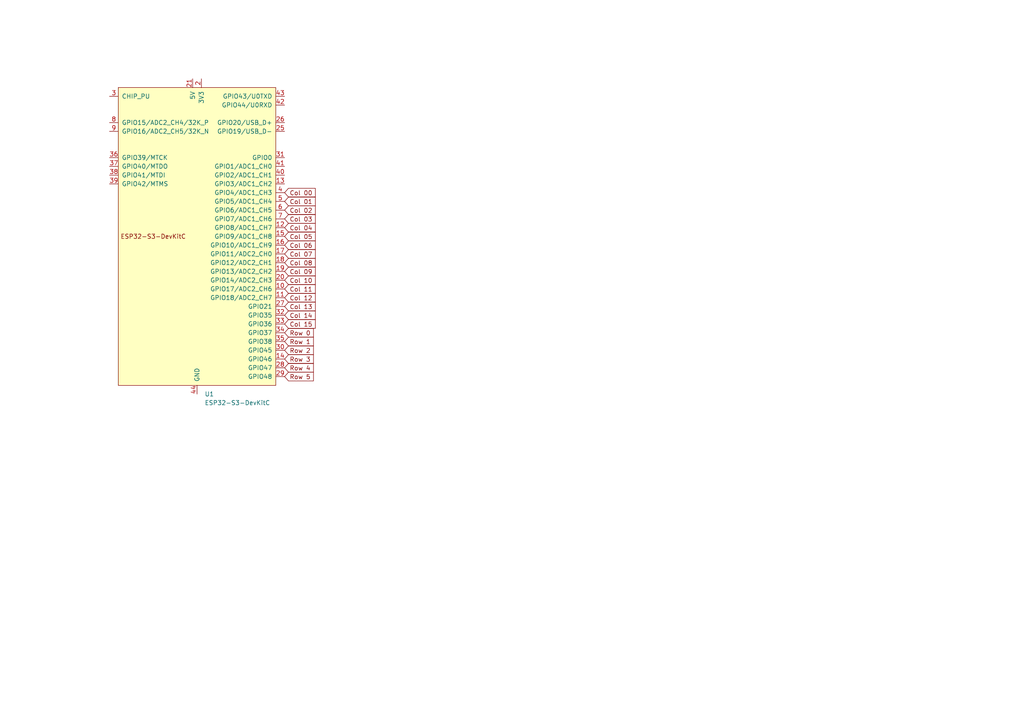
<source format=kicad_sch>
(kicad_sch (version 20231120) (generator "eeschema") (generator_version "8.0")
  (paper "A4")
  (lib_symbols
    (symbol "PCM_Espressif:ESP32-S3-DevKitC" (pin_names (offset 1.016))
      (property "Reference" "U" (at -22.86 48.26 0))
      (property "Value" "ESP32-S3-DevKitC" (at -22.86 45.72 0))
      (symbol "ESP32-S3-DevKitC_0_0"
        (text "ESP32-S3-DevKitC" (at -12.7 0 0) (effects (font (size 1.27 1.27))))
        (pin bidirectional line (at 25.4 -35.56 180) (length 2.54) (name "GPIO46") (number "14"))
        (pin bidirectional line (at 25.4 -10.16 180) (length 2.54) (name "GPIO13/ADC2_CH2") (number "19"))
        (pin bidirectional line (at -25.4 15.24 0) (length 2.54) (name "GPIO42/MTMS") (number "39"))
        (pin bidirectional line (at 25.4 17.78 180) (length 2.54) (name "GPIO2/ADC1_CH1") (number "40"))
        (pin bidirectional line (at 25.4 20.32 180) (length 2.54) (name "GPIO1/ADC1_CH0") (number "41"))
        (pin bidirectional line (at 25.4 38.1 180) (length 2.54) (name "GPIO44/U0RXD") (number "42"))
        (pin bidirectional line (at 25.4 40.64 180) (length 2.54) (name "GPIO43/U0TXD") (number "43"))
        (pin power_in line (at 0 -45.72 90) (length 2.54) (name "GND") (number "44"))
      )
      (symbol "ESP32-S3-DevKitC_0_1"
        (rectangle (start -22.86 43.18) (end 22.86 -43.18) (fill (type background)))
        (pin power_in line (at 1.27 45.72 270) (length 2.54) (name "3V3") (number "2"))
      )
      (symbol "ESP32-S3-DevKitC_1_1"
        (pin passive line (at 1.27 45.72 270) (length 2.54) hide (name "3V3") (number "1"))
        (pin bidirectional line (at 25.4 -15.24 180) (length 2.54) (name "GPIO17/ADC2_CH6") (number "10"))
        (pin bidirectional line (at 25.4 -17.78 180) (length 2.54) (name "GPIO18/ADC2_CH7") (number "11"))
        (pin bidirectional line (at 25.4 2.54 180) (length 2.54) (name "GPIO8/ADC1_CH7") (number "12"))
        (pin bidirectional line (at 25.4 15.24 180) (length 2.54) (name "GPIO3/ADC1_CH2") (number "13"))
        (pin bidirectional line (at 25.4 0 180) (length 2.54) (name "GPIO9/ADC1_CH8") (number "15"))
        (pin bidirectional line (at 25.4 -2.54 180) (length 2.54) (name "GPIO10/ADC1_CH9") (number "16"))
        (pin bidirectional line (at 25.4 -5.08 180) (length 2.54) (name "GPIO11/ADC2_CH0") (number "17"))
        (pin bidirectional line (at 25.4 -7.62 180) (length 2.54) (name "GPIO12/ADC2_CH1") (number "18"))
        (pin bidirectional line (at 25.4 -12.7 180) (length 2.54) (name "GPIO14/ADC2_CH3") (number "20"))
        (pin power_in line (at -1.27 45.72 270) (length 2.54) (name "5V") (number "21"))
        (pin passive line (at 0 -45.72 90) (length 2.54) hide (name "GND") (number "22"))
        (pin passive line (at 0 -45.72 90) (length 2.54) hide (name "GND") (number "23"))
        (pin passive line (at 0 -45.72 90) (length 2.54) hide (name "GND") (number "24"))
        (pin bidirectional line (at 25.4 30.48 180) (length 2.54) (name "GPIO19/USB_D-") (number "25"))
        (pin bidirectional line (at 25.4 33.02 180) (length 2.54) (name "GPIO20/USB_D+") (number "26"))
        (pin bidirectional line (at 25.4 -20.32 180) (length 2.54) (name "GPIO21") (number "27"))
        (pin bidirectional line (at 25.4 -38.1 180) (length 2.54) (name "GPIO47") (number "28"))
        (pin bidirectional line (at 25.4 -40.64 180) (length 2.54) (name "GPIO48") (number "29"))
        (pin input line (at -25.4 40.64 0) (length 2.54) (name "CHIP_PU") (number "3"))
        (pin bidirectional line (at 25.4 -33.02 180) (length 2.54) (name "GPIO45") (number "30"))
        (pin bidirectional line (at 25.4 22.86 180) (length 2.54) (name "GPIO0") (number "31"))
        (pin bidirectional line (at 25.4 -22.86 180) (length 2.54) (name "GPIO35") (number "32"))
        (pin bidirectional line (at 25.4 -25.4 180) (length 2.54) (name "GPIO36") (number "33"))
        (pin bidirectional line (at 25.4 -27.94 180) (length 2.54) (name "GPIO37") (number "34"))
        (pin bidirectional line (at 25.4 -30.48 180) (length 2.54) (name "GPIO38") (number "35"))
        (pin bidirectional line (at -25.4 22.86 0) (length 2.54) (name "GPIO39/MTCK") (number "36"))
        (pin bidirectional line (at -25.4 20.32 0) (length 2.54) (name "GPIO40/MTDO") (number "37"))
        (pin bidirectional line (at -25.4 17.78 0) (length 2.54) (name "GPIO41/MTDI") (number "38"))
        (pin bidirectional line (at 25.4 12.7 180) (length 2.54) (name "GPIO4/ADC1_CH3") (number "4"))
        (pin bidirectional line (at 25.4 10.16 180) (length 2.54) (name "GPIO5/ADC1_CH4") (number "5"))
        (pin bidirectional line (at 25.4 7.62 180) (length 2.54) (name "GPIO6/ADC1_CH5") (number "6"))
        (pin bidirectional line (at 25.4 5.08 180) (length 2.54) (name "GPIO7/ADC1_CH6") (number "7"))
        (pin bidirectional line (at -25.4 33.02 0) (length 2.54) (name "GPIO15/ADC2_CH4/32K_P") (number "8"))
        (pin bidirectional line (at -25.4 30.48 0) (length 2.54) (name "GPIO16/ADC2_CH5/32K_N") (number "9"))
      )
    )
  )
  (global_label "Col 02" (shape input) (at 82.55 60.96 0) (property "Intersheetrefs" "${INTERSHEET_REFS}" (effects (hide yes))))
  (global_label "Row 2" (shape input) (at 82.55 101.6 0) (property "Intersheetrefs" "${INTERSHEET_REFS}" (effects (hide yes))))
  (global_label "Row 1" (shape input) (at 82.55 99.06 0) (property "Intersheetrefs" "${INTERSHEET_REFS}" (effects (hide yes))))
  (global_label "Row 4" (shape input) (at 82.55 106.68 0) (property "Intersheetrefs" "${INTERSHEET_REFS}" (effects (hide yes))))
  (global_label "Col 00" (shape input) (at 82.55 55.88 0) (property "Intersheetrefs" "${INTERSHEET_REFS}" (effects (hide yes))))
  (global_label "Col 01" (shape input) (at 82.55 58.42 0) (property "Intersheetrefs" "${INTERSHEET_REFS}" (effects (hide yes))))
  (global_label "Col 13" (shape input) (at 82.55 88.9 0) (property "Intersheetrefs" "${INTERSHEET_REFS}" (effects (hide yes))))
  (global_label "Col 06" (shape input) (at 82.55 71.12 0) (property "Intersheetrefs" "${INTERSHEET_REFS}" (effects (hide yes))))
  (global_label "Col 08" (shape input) (at 82.55 76.2 0) (property "Intersheetrefs" "${INTERSHEET_REFS}" (effects (hide yes))))
  (global_label "Col 07" (shape input) (at 82.55 73.66 0) (property "Intersheetrefs" "${INTERSHEET_REFS}" (effects (hide yes))))
  (global_label "Col 04" (shape input) (at 82.55 66.04 0) (property "Intersheetrefs" "${INTERSHEET_REFS}" (effects (hide yes))))
  (global_label "Col 03" (shape input) (at 82.55 63.5 0) (property "Intersheetrefs" "${INTERSHEET_REFS}" (effects (hide yes))))
  (global_label "Row 3" (shape input) (at 82.55 104.14 0) (property "Intersheetrefs" "${INTERSHEET_REFS}" (effects (hide yes))))
  (global_label "Col 15" (shape input) (at 82.55 93.98 0) (property "Intersheetrefs" "${INTERSHEET_REFS}" (effects (hide yes))))
  (global_label "Col 09" (shape input) (at 82.55 78.74 0) (property "Intersheetrefs" "${INTERSHEET_REFS}" (effects (hide yes))))
  (global_label "Col 12" (shape input) (at 82.55 86.36 0) (property "Intersheetrefs" "${INTERSHEET_REFS}" (effects (hide yes))))
  (global_label "Col 14" (shape input) (at 82.55 91.44 0) (property "Intersheetrefs" "${INTERSHEET_REFS}" (effects (hide yes))))
  (global_label "Row 5" (shape input) (at 82.55 109.22 0) (property "Intersheetrefs" "${INTERSHEET_REFS}" (effects (hide yes))))
  (global_label "Col 05" (shape input) (at 82.55 68.58 0) (property "Intersheetrefs" "${INTERSHEET_REFS}" (effects (hide yes))))
  (global_label "Row 0" (shape input) (at 82.55 96.52 0) (property "Intersheetrefs" "${INTERSHEET_REFS}" (effects (hide yes))))
  (global_label "Col 11" (shape input) (at 82.55 83.82 0) (property "Intersheetrefs" "${INTERSHEET_REFS}" (effects (hide yes))))
  (global_label "Col 10" (shape input) (at 82.55 81.28 0) (property "Intersheetrefs" "${INTERSHEET_REFS}" (effects (hide yes))))
  (symbol (lib_id "PCM_Espressif:ESP32-S3-DevKitC") (at 57.15 68.58 0) (unit 1)
    (property "Reference" "U1" (at 59.3441 114.3 0) (effects (justify left)))
    (property "Value" "ESP32-S3-DevKitC" (at 59.3441 116.84 0) (effects (justify left)))
    (property "Footprint" "PCM_Espressif:ESP32-S3-DevKitC" (effects (hide yes)))
    (property "Description" "ESP32-S3-DevKitC" (effects (hide yes)))
  )
)
</source>
